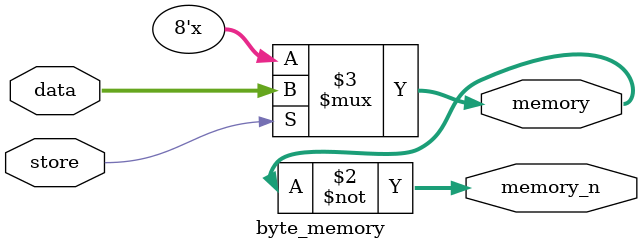
<source format=v>
module byte_memory(
    input [7:0] data, //8 bit data in bus
    input store,   //enable signal
    output reg  [7:0] memory, //8 bit data out register bus
    output [7:0] memory_n //8 bit negated data bus
);
    always @ (data or store) begin
        if (store)
            memory <= data;
    end
    assign memory_n = ~memory;
endmodule
</source>
